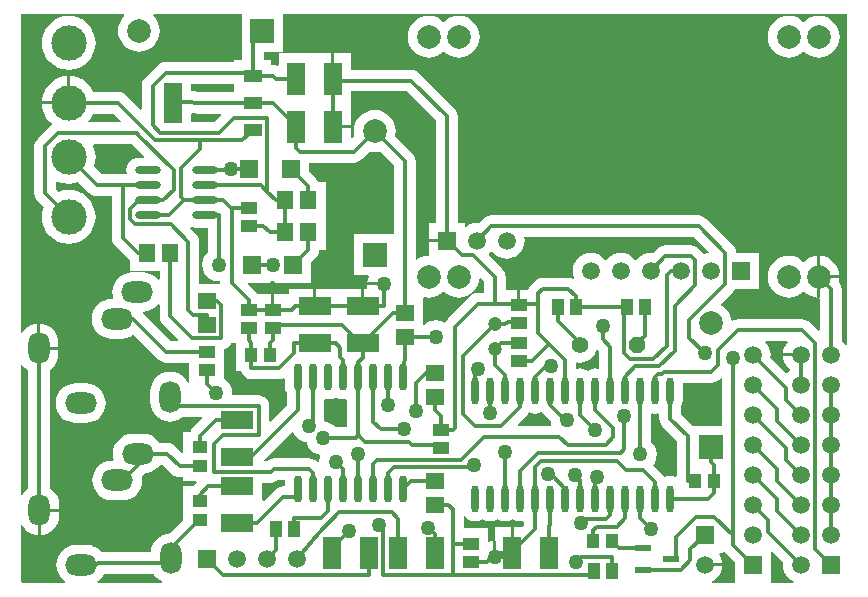
<source format=gtl>
%FSLAX25Y25*%
%MOIN*%
G70*
G01*
G75*
G04 Layer_Physical_Order=1*
G04 Layer_Color=255*
%ADD10R,0.05906X0.05512*%
%ADD11O,0.02756X0.09055*%
%ADD12R,0.05709X0.02362*%
%ADD13R,0.04331X0.05512*%
%ADD14R,0.03937X0.05118*%
%ADD15R,0.05512X0.04331*%
%ADD16O,0.02362X0.09055*%
%ADD17R,0.05906X0.11024*%
%ADD18R,0.11024X0.05906*%
%ADD19R,0.05118X0.03937*%
%ADD20R,0.05512X0.05906*%
%ADD21R,0.05906X0.05906*%
%ADD22O,0.08661X0.02362*%
%ADD23R,0.06102X0.13583*%
%ADD24R,0.06102X0.04331*%
%ADD25R,0.06102X0.04331*%
%ADD26C,0.01200*%
%ADD27C,0.04724*%
%ADD28O,0.07087X0.10630*%
%ADD29O,0.10630X0.07087*%
%ADD30C,0.05906*%
%ADD31R,0.05906X0.05906*%
%ADD32C,0.07874*%
%ADD33R,0.07874X0.07874*%
%ADD34C,0.05512*%
%ADD35P,0.05966X8X202.5*%
%ADD36C,0.04724*%
%ADD37C,0.11810*%
%ADD38R,0.07874X0.07874*%
%ADD39C,0.05000*%
G36*
X205292Y321727D02*
X206357Y321286D01*
X207500Y321135D01*
X208493Y321266D01*
X208869Y320936D01*
Y311831D01*
X204846D01*
X204623Y312123D01*
X203474Y313004D01*
X202136Y313558D01*
X201382Y313658D01*
X201358Y313836D01*
X201131Y314385D01*
Y320936D01*
X201507Y321266D01*
X202500Y321135D01*
X203643Y321286D01*
X204708Y321727D01*
X205000Y321951D01*
X205292Y321727D01*
D02*
G37*
G36*
X333769Y328141D02*
Y312346D01*
X323989D01*
X320131Y316204D01*
Y318431D01*
X320152Y318458D01*
X320573Y319476D01*
X320717Y320567D01*
Y326669D01*
X330140D01*
X331079Y326793D01*
X331955Y327155D01*
X332707Y327732D01*
X332707Y327732D01*
X332707Y327732D01*
X333307Y328332D01*
X333769Y328141D01*
D02*
G37*
G36*
X170244Y339882D02*
Y339882D01*
X170244Y339882D01*
X171882D01*
Y330441D01*
X173434D01*
X173706Y329784D01*
X174283Y329032D01*
X175035Y328455D01*
X175911Y328093D01*
X176850Y327969D01*
X186250D01*
X187190Y328093D01*
X187669Y328291D01*
X188084Y328013D01*
Y325551D01*
X188235Y324408D01*
X188676Y323343D01*
X188869Y323092D01*
Y319105D01*
X183405Y313642D01*
X182943Y313833D01*
Y318900D01*
X182819Y319840D01*
X182457Y320715D01*
X181879Y321467D01*
X181128Y322045D01*
X180252Y322407D01*
X179312Y322531D01*
X170825D01*
X170496Y322907D01*
X170547Y323300D01*
X170358Y324736D01*
X169804Y326074D01*
X168923Y327223D01*
X167774Y328104D01*
X167756Y328112D01*
Y331787D01*
Y337999D01*
X168615Y338355D01*
X169368Y338932D01*
X169945Y339685D01*
X170036Y339906D01*
X170043Y339922D01*
X170244Y339882D01*
D02*
G37*
G36*
X273813Y316888D02*
X273933Y316733D01*
X276711Y313954D01*
X276842Y312964D01*
X276932Y312747D01*
X276654Y312331D01*
X265869D01*
X265678Y312793D01*
X269068Y316182D01*
X269572Y316840D01*
X270409Y316494D01*
X271500Y316350D01*
X272591Y316494D01*
X273609Y316915D01*
X273813Y316888D01*
D02*
G37*
G36*
X375500Y339367D02*
X375015Y339246D01*
X374974Y339323D01*
X374230Y340230D01*
X373631Y340721D01*
Y358000D01*
X373507Y358940D01*
X373145Y359816D01*
X372745Y360337D01*
X372837Y360640D01*
X372921Y361500D01*
X366500D01*
Y355079D01*
X366000Y355029D01*
X366369Y354695D01*
Y344219D01*
X365907Y344028D01*
X363168Y346767D01*
X362416Y347345D01*
X361540Y347707D01*
X360600Y347831D01*
X339000D01*
X339000Y347831D01*
X338060Y347707D01*
X337441Y347451D01*
X337295Y347391D01*
X336866Y347648D01*
X336837Y347951D01*
X336440Y349258D01*
X335796Y350463D01*
X334929Y351519D01*
X333873Y352386D01*
X333493Y352590D01*
X333419Y353084D01*
X337368Y357032D01*
X337945Y357785D01*
X338034Y358000D01*
X338053Y358047D01*
X345953D01*
Y369953D01*
X338431D01*
Y370000D01*
X338307Y370940D01*
X337945Y371815D01*
X337368Y372568D01*
X328568Y381367D01*
X327816Y381945D01*
X326940Y382307D01*
X326000Y382431D01*
X256800D01*
X256800Y382431D01*
X255860Y382307D01*
X255347Y382095D01*
X254984Y381945D01*
X254233Y381367D01*
X254232Y381367D01*
X252771Y379906D01*
X252000Y379982D01*
X250833Y379867D01*
X249711Y379526D01*
X248677Y378974D01*
X248405Y378750D01*
X247953Y378964D01*
Y379953D01*
X245631D01*
Y415600D01*
X245507Y416540D01*
X245145Y417416D01*
X244567Y418168D01*
X232768Y429968D01*
X232015Y430545D01*
X231140Y430907D01*
X230200Y431031D01*
X210055D01*
Y436512D01*
X204602D01*
Y427999D01*
X203602D01*
Y436512D01*
X198150D01*
D01*
D01*
X198150Y436512D01*
X197850D01*
Y436512D01*
X185945D01*
Y432596D01*
X185529Y432318D01*
X184940Y432562D01*
X184000Y432686D01*
X183339D01*
Y434221D01*
X181131D01*
Y437063D01*
X187528D01*
Y449500D01*
X375500D01*
Y339367D01*
D02*
G37*
G36*
X146306Y352709D02*
Y348763D01*
X146430Y347823D01*
X146792Y346948D01*
X147370Y346195D01*
X152519Y341046D01*
X152328Y340584D01*
X150051D01*
X140566Y350069D01*
X140673Y350327D01*
X141956Y350453D01*
X143189Y350827D01*
X144326Y351435D01*
X145322Y352252D01*
X145835Y352877D01*
X146306Y352709D01*
D02*
G37*
G36*
X355678Y340117D02*
X355027Y339323D01*
X354474Y338289D01*
X354133Y337167D01*
X354068Y336500D01*
X360001D01*
Y335500D01*
X354068D01*
X354133Y334833D01*
X354474Y333711D01*
X355027Y332677D01*
X355770Y331770D01*
X356369Y331279D01*
Y330721D01*
X355770Y330230D01*
X355617Y330042D01*
X355117Y330018D01*
X349906Y335229D01*
X349982Y336000D01*
X349867Y337167D01*
X349526Y338289D01*
X348973Y339323D01*
X348230Y340230D01*
X348351Y340569D01*
X355464D01*
X355678Y340117D01*
D02*
G37*
G36*
X292869Y337196D02*
Y331676D01*
X292493Y331346D01*
X291500Y331477D01*
X290408Y331333D01*
X289391Y330912D01*
X289000Y330612D01*
X288609Y330912D01*
X287592Y331333D01*
X286500Y331477D01*
X285507Y331346D01*
X285131Y331676D01*
Y333182D01*
X285507Y333511D01*
X286394Y333394D01*
X287896Y333592D01*
X289297Y334172D01*
X290499Y335095D01*
X291422Y336297D01*
X291936Y337540D01*
X292427Y337638D01*
X292869Y337196D01*
D02*
G37*
G36*
X334833Y270033D02*
X338047Y266818D01*
Y260047D01*
D01*
Y260047D01*
X338000Y260000D01*
X330433D01*
X330426Y260022D01*
X330310Y260485D01*
X331323Y261027D01*
X332230Y261770D01*
X332974Y262677D01*
X333526Y263711D01*
X333867Y264833D01*
X333932Y265500D01*
X327999D01*
Y266500D01*
X333932D01*
X333867Y267167D01*
X333526Y268289D01*
X332974Y269323D01*
X332750Y269595D01*
X332964Y270047D01*
X333953D01*
Y270401D01*
X334426Y270562D01*
X334833Y270033D01*
D02*
G37*
G36*
X248518Y281758D02*
X249391Y281088D01*
X250409Y280667D01*
X251500Y280523D01*
X252591Y280667D01*
X253609Y281088D01*
X254000Y281388D01*
X254391Y281088D01*
X255409Y280667D01*
X256500Y280523D01*
X257592Y280667D01*
X258609Y281088D01*
X259000Y281388D01*
X259391Y281088D01*
X260408Y280667D01*
X261500Y280523D01*
X262592Y280667D01*
X263609Y281088D01*
X264000Y281388D01*
X264391Y281088D01*
X265408Y280667D01*
X266500Y280523D01*
X267493Y280654D01*
X267869Y280324D01*
Y279302D01*
X267079Y278512D01*
X264398D01*
Y269999D01*
X263398D01*
Y278512D01*
X257945D01*
Y274127D01*
X258100Y274148D01*
X258600Y274082D01*
Y268599D01*
X257600D01*
Y274082D01*
X256664Y273958D01*
X256172Y273754D01*
X255756Y274032D01*
Y278118D01*
X247631D01*
Y282136D01*
X248105Y282297D01*
X248518Y281758D01*
D02*
G37*
G36*
X144525Y262702D02*
X145343Y261705D01*
X146339Y260887D01*
X147092Y260485D01*
X146971Y260000D01*
X125684D01*
X125563Y260485D01*
X125653Y260533D01*
X126649Y261351D01*
X127467Y262347D01*
X127853Y263069D01*
X144329D01*
X144525Y262702D01*
D02*
G37*
G36*
X354094Y266771D02*
X354018Y266000D01*
X354133Y264833D01*
X354474Y263711D01*
X355027Y262677D01*
X355770Y261770D01*
X356677Y261027D01*
X357690Y260485D01*
X357574Y260022D01*
X357567Y260000D01*
X349953D01*
Y260047D01*
X349953D01*
Y270259D01*
X350415Y270450D01*
X354094Y266771D01*
D02*
G37*
G36*
X311500Y316350D02*
X312493Y316480D01*
X312869Y316151D01*
Y314700D01*
X312993Y313760D01*
X313355Y312884D01*
X313932Y312133D01*
X318669Y307396D01*
Y295510D01*
X318253Y295233D01*
X317592Y295507D01*
X316500Y295650D01*
X315408Y295507D01*
X314689Y295209D01*
X314645Y295316D01*
X314068Y296068D01*
X310785Y299350D01*
X311304Y300026D01*
X311858Y301364D01*
X312048Y302800D01*
X311858Y304236D01*
X311304Y305574D01*
X310423Y306723D01*
X310131Y306946D01*
Y316151D01*
X310507Y316480D01*
X311500Y316350D01*
D02*
G37*
G36*
X190918Y310297D02*
X191196Y309626D01*
X192077Y308477D01*
X193226Y307596D01*
X194564Y307042D01*
X195318Y306942D01*
X195342Y306764D01*
X195896Y305426D01*
X196777Y304277D01*
X197926Y303396D01*
X199264Y302842D01*
X199610Y302796D01*
X199860Y302363D01*
X199642Y301836D01*
X199460Y300459D01*
X198987Y300298D01*
X198818Y300467D01*
X198065Y301045D01*
X197190Y301407D01*
X196250Y301531D01*
X184300D01*
X183360Y301407D01*
X182484Y301045D01*
X181946Y300631D01*
X181318D01*
X181127Y301093D01*
X190428Y310394D01*
X190918Y310297D01*
D02*
G37*
G36*
X188084Y292131D02*
X187352D01*
X186413Y292007D01*
X185537Y291645D01*
X184785Y291068D01*
X180974Y287256D01*
X180512Y287448D01*
Y293369D01*
X183400D01*
X184340Y293493D01*
X185215Y293855D01*
X185755Y294269D01*
X188084D01*
Y292131D01*
D02*
G37*
G36*
X100561Y332686D02*
X101378Y331689D01*
X102375Y330872D01*
X102397Y330860D01*
Y292044D01*
X102483Y291391D01*
X101579Y290649D01*
X100761Y289653D01*
X100485Y289136D01*
X100000Y289257D01*
Y332706D01*
X100485Y332827D01*
X100561Y332686D01*
D02*
G37*
G36*
X224369Y399087D02*
Y376346D01*
X211063D01*
Y362472D01*
X215787D01*
X216064Y362057D01*
X215642Y361036D01*
X215518Y360100D01*
X221001D01*
Y359100D01*
X215518D01*
X215606Y358431D01*
X215277Y358055D01*
X214500D01*
Y352101D01*
X213500D01*
Y358055D01*
X198500D01*
Y352101D01*
X197500D01*
Y358055D01*
X189488D01*
Y356118D01*
X184500D01*
Y350952D01*
X183500D01*
Y356118D01*
X179066D01*
X178568Y356768D01*
X175750Y359585D01*
X175941Y360047D01*
X183063D01*
Y360197D01*
X183439Y360526D01*
X184000Y360453D01*
X184561Y360526D01*
X184937Y360197D01*
Y360047D01*
X196843D01*
Y366818D01*
X198442Y368417D01*
X198442Y368417D01*
X199019Y369169D01*
X199381Y370044D01*
X199495Y370911D01*
X201630D01*
Y381577D01*
Y393483D01*
X199208D01*
X199019Y393941D01*
X198442Y394694D01*
X195953Y397182D01*
Y400069D01*
X211109D01*
X212049Y400193D01*
X212925Y400555D01*
X213677Y401132D01*
X216378Y403833D01*
X216640Y403754D01*
X218000Y403620D01*
X219360Y403754D01*
X219622Y403833D01*
X224369Y399087D01*
D02*
G37*
G36*
X141186Y402179D02*
X140994Y401717D01*
X139402D01*
X138310Y401574D01*
X137293Y401152D01*
X136420Y400482D01*
X135749Y399609D01*
X135328Y398591D01*
X135184Y397500D01*
X135315Y396507D01*
X134985Y396131D01*
X127004D01*
X124335Y398800D01*
X124776Y400254D01*
X124948Y402000D01*
X124776Y403746D01*
X124267Y405424D01*
X124098Y405740D01*
X124355Y406169D01*
X137196D01*
X141186Y402179D01*
D02*
G37*
G36*
X329298Y370367D02*
X329130Y369896D01*
X328833Y369867D01*
X327769Y369544D01*
X327367Y370068D01*
X326067Y371368D01*
X325315Y371945D01*
X324440Y372307D01*
X323500Y372431D01*
X314800D01*
X314800Y372431D01*
X313860Y372307D01*
X313347Y372095D01*
X312984Y371945D01*
X312232Y371368D01*
X312232Y371368D01*
X310771Y369906D01*
X310000Y369982D01*
X308833Y369867D01*
X307711Y369526D01*
X306677Y368973D01*
X305770Y368230D01*
X305250Y367596D01*
X304750D01*
X304230Y368230D01*
X303323Y368973D01*
X302289Y369526D01*
X301167Y369867D01*
X300000Y369982D01*
X298833Y369867D01*
X297711Y369526D01*
X296677Y368973D01*
X295770Y368230D01*
X295250Y367596D01*
X294750D01*
X294230Y368230D01*
X293323Y368973D01*
X292289Y369526D01*
X291167Y369867D01*
X290000Y369982D01*
X288833Y369867D01*
X287711Y369526D01*
X286677Y368973D01*
X285770Y368230D01*
X285027Y367323D01*
X284474Y366289D01*
X284133Y365167D01*
X284018Y364000D01*
X284133Y362833D01*
X284474Y361711D01*
X284558Y361554D01*
X284222Y361183D01*
X283440Y361507D01*
X282500Y361631D01*
X274000D01*
X273060Y361507D01*
X272184Y361145D01*
X271432Y360567D01*
X269933Y359068D01*
X269355Y358315D01*
X269108Y357718D01*
X266500D01*
Y352552D01*
X265500D01*
Y357718D01*
X261631D01*
Y362000D01*
X261631Y362000D01*
X261507Y362940D01*
X261295Y363453D01*
X261145Y363815D01*
X260567Y364567D01*
X260567Y364568D01*
X256018Y369117D01*
X256042Y369617D01*
X256230Y369770D01*
X256750Y370405D01*
X257250D01*
X257770Y369770D01*
X258677Y369026D01*
X259711Y368474D01*
X260833Y368133D01*
X262000Y368018D01*
X263167Y368133D01*
X264289Y368474D01*
X265323Y369026D01*
X266230Y369770D01*
X266973Y370677D01*
X267526Y371711D01*
X267867Y372833D01*
X267982Y374000D01*
X267867Y375167D01*
X267868Y375169D01*
X324496D01*
X329298Y370367D01*
D02*
G37*
G36*
X171236Y423890D02*
Y423631D01*
X159982D01*
X156764Y423787D01*
Y426369D01*
X171236D01*
Y423890D01*
D02*
G37*
G36*
X159719Y416373D02*
X159807Y416381D01*
X159894Y416369D01*
X166681D01*
X166872Y415907D01*
X164596Y413631D01*
X156764D01*
Y416154D01*
X157126Y416499D01*
X159719Y416373D01*
D02*
G37*
G36*
X133472Y413893D02*
X133281Y413431D01*
X122714D01*
X122500Y413883D01*
X123440Y415029D01*
X124156Y416369D01*
X130996D01*
X133472Y413893D01*
D02*
G37*
G36*
X157208Y378427D02*
X158299Y378283D01*
X162369D01*
Y370146D01*
X162077Y369923D01*
X161196Y368774D01*
X160642Y367436D01*
X160452Y366000D01*
X160642Y364564D01*
X161196Y363226D01*
X162077Y362077D01*
X163226Y361196D01*
X164564Y360642D01*
X166000Y360453D01*
X166293Y360491D01*
X166533Y360281D01*
X166565Y359782D01*
X166487Y359693D01*
X159531D01*
Y373619D01*
X159407Y374559D01*
X159045Y375434D01*
X158468Y376186D01*
X156440Y378214D01*
X156718Y378629D01*
X157208Y378427D01*
D02*
G37*
G36*
X254369Y360496D02*
Y356584D01*
X252500D01*
X251560Y356460D01*
X250684Y356097D01*
X249933Y355520D01*
X249932Y355520D01*
X242333Y347920D01*
X241755Y347168D01*
X241634Y346874D01*
X241151Y346745D01*
X241074Y346804D01*
X239736Y347358D01*
X238300Y347548D01*
X236864Y347358D01*
X235526Y346804D01*
X234401Y345941D01*
X234268Y346007D01*
X233953Y346249D01*
Y354952D01*
X234354Y355250D01*
X234640Y355163D01*
X236000Y355029D01*
X237360Y355163D01*
X238667Y355560D01*
X239873Y356204D01*
X240929Y357071D01*
X241071D01*
X242127Y356204D01*
X243333Y355560D01*
X244640Y355163D01*
X246000Y355029D01*
X247360Y355163D01*
X248668Y355560D01*
X249873Y356204D01*
X250929Y357071D01*
X251796Y358127D01*
X252440Y359332D01*
X252837Y360640D01*
X252904Y361322D01*
X253375Y361490D01*
X254369Y360496D01*
D02*
G37*
G36*
X238369Y414096D02*
Y379953D01*
X236047D01*
Y374500D01*
X242001D01*
Y373500D01*
X236047D01*
Y369013D01*
X236000Y368971D01*
X234640Y368837D01*
X233332Y368440D01*
X232127Y367796D01*
X232083Y367759D01*
X231631Y367973D01*
Y400591D01*
X231631Y400591D01*
X231507Y401530D01*
X231295Y402043D01*
X231145Y402406D01*
X230568Y403158D01*
X230568Y403158D01*
X224757Y408969D01*
X224837Y409231D01*
X224971Y410591D01*
X224837Y411950D01*
X224440Y413258D01*
X223796Y414463D01*
X222929Y415520D01*
X221873Y416386D01*
X220668Y417031D01*
X219360Y417427D01*
X218000Y417561D01*
X216640Y417427D01*
X215333Y417031D01*
X214127Y416386D01*
X213071Y415520D01*
X212204Y414463D01*
X211560Y413258D01*
X211163Y411950D01*
X211029Y410591D01*
X211163Y409231D01*
X211243Y408969D01*
X210517Y408243D01*
X210055Y408434D01*
Y411500D01*
X204101D01*
Y412500D01*
X210055D01*
Y419488D01*
Y423769D01*
X228696D01*
X238369Y414096D01*
D02*
G37*
G36*
X173654Y437063D02*
X173869D01*
Y434221D01*
X171236D01*
Y433631D01*
X148300D01*
X148300Y433631D01*
X147360Y433507D01*
X146741Y433251D01*
X146484Y433145D01*
X145732Y432568D01*
X141432Y428268D01*
X140855Y427516D01*
X140493Y426640D01*
X140369Y425700D01*
Y417919D01*
X139907Y417728D01*
X135068Y422568D01*
X134316Y423145D01*
X133440Y423507D01*
X132500Y423631D01*
X124156D01*
X123440Y424971D01*
X122327Y426327D01*
X120971Y427440D01*
X119424Y428267D01*
X117746Y428776D01*
X116500Y428899D01*
Y419999D01*
X116001D01*
Y419500D01*
X107101D01*
X107224Y418254D01*
X107733Y416576D01*
X108560Y415029D01*
X109673Y413673D01*
X110309Y413150D01*
X110301Y412650D01*
X109932Y412368D01*
X105632Y408068D01*
X105055Y407315D01*
X104693Y406440D01*
X104569Y405500D01*
Y389800D01*
X104693Y388860D01*
X105055Y387984D01*
X105632Y387232D01*
X105632Y387232D01*
X105632Y387232D01*
X105632Y387232D01*
Y387232D01*
X107665Y385200D01*
X107224Y383746D01*
X107052Y382000D01*
X107224Y380254D01*
X107733Y378576D01*
X108560Y377029D01*
X109673Y375673D01*
X111029Y374560D01*
X112576Y373733D01*
X114254Y373224D01*
X116000Y373052D01*
X117746Y373224D01*
X119424Y373733D01*
X120971Y374560D01*
X122327Y375673D01*
X123440Y377029D01*
X124267Y378576D01*
X124776Y380254D01*
X124948Y382000D01*
X124776Y383746D01*
X124267Y385424D01*
X123440Y386971D01*
X122327Y388327D01*
X120971Y389440D01*
X119424Y390267D01*
X117746Y390776D01*
X116000Y390948D01*
X114254Y390776D01*
X112800Y390335D01*
X111831Y391304D01*
Y393645D01*
X112260Y393902D01*
X112576Y393733D01*
X114254Y393224D01*
X116000Y393052D01*
X117746Y393224D01*
X119200Y393665D01*
X122932Y389932D01*
X122932Y389932D01*
X122932D01*
X122932Y389932D01*
X122932D01*
X122933Y389932D01*
Y389932D01*
Y389932D01*
D01*
D01*
X122933D01*
Y389932D01*
X123685Y389355D01*
X123941Y389249D01*
X124560Y388993D01*
X125500Y388869D01*
X130389D01*
Y380135D01*
X130372Y380000D01*
X130369Y379980D01*
Y375000D01*
X130493Y374060D01*
X130855Y373184D01*
X131432Y372432D01*
X136307Y367558D01*
Y364047D01*
X146306D01*
Y361094D01*
X145835Y360926D01*
X145322Y361551D01*
X144326Y362368D01*
X143189Y362976D01*
X141956Y363350D01*
X140673Y363476D01*
X137130D01*
X135847Y363350D01*
X134614Y362976D01*
X133477Y362368D01*
X132481Y361551D01*
X131663Y360554D01*
X131055Y359418D01*
X130681Y358184D01*
X130555Y356902D01*
X130681Y355619D01*
X130876Y354977D01*
X130578Y354575D01*
X130228D01*
X128946Y354449D01*
X127712Y354075D01*
X126576Y353467D01*
X125579Y352649D01*
X124761Y351653D01*
X124154Y350516D01*
X123780Y349283D01*
X123653Y348000D01*
X123780Y346717D01*
X124154Y345484D01*
X124761Y344347D01*
X125579Y343351D01*
X126576Y342533D01*
X127712Y341926D01*
X128946Y341551D01*
X130228Y341425D01*
X133772D01*
X135054Y341551D01*
X136288Y341926D01*
X137425Y342533D01*
X137648Y342717D01*
X145980Y334385D01*
X146732Y333808D01*
X147607Y333446D01*
X148547Y333322D01*
X156244D01*
Y331787D01*
Y326617D01*
X155759Y326495D01*
X155258Y327432D01*
X154440Y328429D01*
X153444Y329246D01*
X152307Y329854D01*
X151074Y330228D01*
X149791Y330354D01*
X148509Y330228D01*
X147275Y329854D01*
X146139Y329246D01*
X145142Y328429D01*
X144325Y327432D01*
X143717Y326296D01*
X143343Y325062D01*
X143216Y323780D01*
Y320236D01*
X143343Y318953D01*
X143717Y317720D01*
X144325Y316583D01*
X145142Y315587D01*
X146139Y314769D01*
X147275Y314162D01*
X148509Y313788D01*
X149791Y313661D01*
X151074Y313788D01*
X152307Y314162D01*
X153444Y314769D01*
X154053Y315269D01*
X160378D01*
X160570Y314807D01*
X157232Y311470D01*
X156655Y310718D01*
X156407Y310118D01*
X154244D01*
Y303819D01*
Y303364D01*
X153782Y303172D01*
X151368Y305587D01*
X150616Y306164D01*
X149740Y306527D01*
X148800Y306651D01*
X146353D01*
X146341Y306673D01*
X145523Y307669D01*
X144527Y308487D01*
X143390Y309094D01*
X142157Y309468D01*
X140874Y309595D01*
X137331D01*
X136048Y309468D01*
X134815Y309094D01*
X133678Y308487D01*
X132682Y307669D01*
X131864Y306673D01*
X131256Y305536D01*
X130882Y304302D01*
X130756Y303020D01*
X130882Y301737D01*
X131077Y301095D01*
X130779Y300693D01*
X130429D01*
X129146Y300567D01*
X127913Y300193D01*
X126776Y299585D01*
X125780Y298767D01*
X124962Y297771D01*
X124355Y296634D01*
X123980Y295401D01*
X123854Y294118D01*
X123980Y292835D01*
X124355Y291602D01*
X124962Y290465D01*
X125780Y289469D01*
X126776Y288651D01*
X127913Y288044D01*
X129146Y287669D01*
X130429Y287543D01*
X133973D01*
X135255Y287669D01*
X136489Y288044D01*
X137625Y288651D01*
X138622Y289469D01*
X139439Y290465D01*
X140047Y291602D01*
X140421Y292835D01*
X140547Y294118D01*
X140421Y295401D01*
X140414Y295425D01*
X141495Y296506D01*
X142157Y296571D01*
X143390Y296945D01*
X144527Y297553D01*
X145523Y298371D01*
X146341Y299367D01*
X146353Y299389D01*
X147296D01*
X150402Y296283D01*
X150402Y296283D01*
X150402D01*
X150402Y296283D01*
X150402D01*
X150402Y296283D01*
Y296283D01*
Y296283D01*
D01*
D01*
X150402D01*
Y296283D01*
X151154Y295706D01*
X151410Y295600D01*
X152029Y295343D01*
X152969Y295219D01*
X154244D01*
Y293882D01*
X158593D01*
X158785Y293420D01*
X157483Y292118D01*
X154244D01*
Y282181D01*
Y280879D01*
X149821Y276456D01*
X148709Y276346D01*
X147476Y275972D01*
X146339Y275364D01*
X145343Y274547D01*
X144525Y273551D01*
X143918Y272414D01*
X143544Y271180D01*
X143460Y270331D01*
X126910D01*
X126649Y270649D01*
X125653Y271467D01*
X124516Y272075D01*
X123283Y272449D01*
X122000Y272575D01*
X118457D01*
X117174Y272449D01*
X115941Y272075D01*
X114804Y271467D01*
X113807Y270649D01*
X112990Y269653D01*
X112382Y268516D01*
X112008Y267283D01*
X111882Y266000D01*
X112008Y264717D01*
X112382Y263484D01*
X112990Y262347D01*
X113807Y261351D01*
X114804Y260533D01*
X114894Y260485D01*
X114772Y260000D01*
X100500D01*
X100000Y260500D01*
Y279200D01*
X100485Y279321D01*
X100761Y278804D01*
X101579Y277807D01*
X102576Y276990D01*
X103712Y276382D01*
X104946Y276008D01*
X105728Y275931D01*
Y284229D01*
X106227D01*
Y284728D01*
X112803D01*
Y286000D01*
X112677Y287283D01*
X112303Y288516D01*
X111695Y289653D01*
X110878Y290649D01*
X109881Y291467D01*
X109860Y291478D01*
Y291843D01*
X109736Y292783D01*
X109659Y292969D01*
Y330860D01*
X109680Y330872D01*
X110677Y331689D01*
X111494Y332686D01*
X112102Y333822D01*
X112476Y335056D01*
X112602Y336339D01*
Y337610D01*
X106027D01*
Y338109D01*
X105528D01*
Y346408D01*
X104745Y346330D01*
X103511Y345956D01*
X102375Y345349D01*
X101378Y344531D01*
X100561Y343535D01*
X100485Y343393D01*
X100000Y343515D01*
Y449500D01*
X134434D01*
X134603Y449029D01*
X134481Y448929D01*
X133614Y447873D01*
X132969Y446667D01*
X132573Y445360D01*
X132439Y444000D01*
X132573Y442640D01*
X132969Y441332D01*
X133614Y440127D01*
X134481Y439071D01*
X135537Y438204D01*
X136742Y437560D01*
X138049Y437163D01*
X139409Y437029D01*
X140769Y437163D01*
X142077Y437560D01*
X143282Y438204D01*
X144338Y439071D01*
X145205Y440127D01*
X145849Y441332D01*
X146246Y442640D01*
X146380Y444000D01*
X146246Y445360D01*
X145849Y446667D01*
X145205Y447873D01*
X144338Y448929D01*
X144216Y449029D01*
X144385Y449500D01*
X173654D01*
Y437063D01*
D02*
G37*
%LPC*%
G36*
X112803Y283728D02*
X106728D01*
Y275931D01*
X107511Y276008D01*
X108745Y276382D01*
X109881Y276990D01*
X110878Y277807D01*
X111695Y278804D01*
X112303Y279941D01*
X112677Y281174D01*
X112803Y282457D01*
Y283728D01*
D02*
G37*
G36*
X366000Y448971D02*
X364640Y448837D01*
X363333Y448440D01*
X362127Y447796D01*
X361071Y446929D01*
X360929D01*
X359873Y447796D01*
X358667Y448440D01*
X357360Y448837D01*
X356000Y448971D01*
X354640Y448837D01*
X353332Y448440D01*
X352127Y447796D01*
X351071Y446929D01*
X350204Y445873D01*
X349560Y444667D01*
X349163Y443360D01*
X349029Y442000D01*
X349163Y440640D01*
X349560Y439332D01*
X350204Y438127D01*
X351071Y437071D01*
X352127Y436204D01*
X353332Y435560D01*
X354640Y435163D01*
X356000Y435029D01*
X357360Y435163D01*
X358667Y435560D01*
X359873Y436204D01*
X360929Y437071D01*
X361071D01*
X362127Y436204D01*
X363333Y435560D01*
X364640Y435163D01*
X366000Y435029D01*
X367360Y435163D01*
X368668Y435560D01*
X369873Y436204D01*
X370929Y437071D01*
X371796Y438127D01*
X372440Y439332D01*
X372837Y440640D01*
X372971Y442000D01*
X372837Y443360D01*
X372440Y444667D01*
X371796Y445873D01*
X370929Y446929D01*
X369873Y447796D01*
X368668Y448440D01*
X367360Y448837D01*
X366000Y448971D01*
D02*
G37*
G36*
X116000Y448948D02*
X114254Y448776D01*
X112576Y448267D01*
X111029Y447440D01*
X109673Y446327D01*
X108560Y444971D01*
X107733Y443424D01*
X107224Y441746D01*
X107052Y440000D01*
X107224Y438254D01*
X107733Y436576D01*
X108560Y435029D01*
X109673Y433673D01*
X111029Y432560D01*
X112576Y431733D01*
X114254Y431224D01*
X116000Y431052D01*
X117746Y431224D01*
X119424Y431733D01*
X120971Y432560D01*
X122327Y433673D01*
X123440Y435029D01*
X124267Y436576D01*
X124776Y438254D01*
X124948Y440000D01*
X124776Y441746D01*
X124267Y443424D01*
X123440Y444971D01*
X122327Y446327D01*
X120971Y447440D01*
X119424Y448267D01*
X117746Y448776D01*
X116000Y448948D01*
D02*
G37*
G36*
X246000Y448971D02*
X244640Y448837D01*
X243333Y448440D01*
X242127Y447796D01*
X241071Y446929D01*
X240929D01*
X239873Y447796D01*
X238667Y448440D01*
X237360Y448837D01*
X236000Y448971D01*
X234640Y448837D01*
X233332Y448440D01*
X232127Y447796D01*
X231071Y446929D01*
X230204Y445873D01*
X229560Y444667D01*
X229163Y443360D01*
X229029Y442000D01*
X229163Y440640D01*
X229560Y439332D01*
X230204Y438127D01*
X231071Y437071D01*
X232127Y436204D01*
X233332Y435560D01*
X234640Y435163D01*
X236000Y435029D01*
X237360Y435163D01*
X238667Y435560D01*
X239873Y436204D01*
X240929Y437071D01*
X241071D01*
X242127Y436204D01*
X243333Y435560D01*
X244640Y435163D01*
X246000Y435029D01*
X247360Y435163D01*
X248668Y435560D01*
X249873Y436204D01*
X250929Y437071D01*
X251796Y438127D01*
X252440Y439332D01*
X252837Y440640D01*
X252971Y442000D01*
X252837Y443360D01*
X252440Y444667D01*
X251796Y445873D01*
X250929Y446929D01*
X249873Y447796D01*
X248668Y448440D01*
X247360Y448837D01*
X246000Y448971D01*
D02*
G37*
G36*
X106528Y346408D02*
Y338610D01*
X112602D01*
Y339882D01*
X112476Y341165D01*
X112102Y342398D01*
X111494Y343535D01*
X110677Y344531D01*
X109680Y345349D01*
X108544Y345956D01*
X107310Y346330D01*
X106528Y346408D01*
D02*
G37*
G36*
X356000Y368971D02*
X354640Y368837D01*
X353332Y368440D01*
X352127Y367796D01*
X351071Y366929D01*
X350204Y365873D01*
X349560Y364668D01*
X349163Y363360D01*
X349029Y362000D01*
X349163Y360640D01*
X349560Y359332D01*
X350204Y358127D01*
X351071Y357071D01*
X352127Y356204D01*
X353332Y355560D01*
X354640Y355163D01*
X356000Y355029D01*
X357360Y355163D01*
X358667Y355560D01*
X359873Y356204D01*
X360929Y357071D01*
X361071D01*
X362127Y356204D01*
X363333Y355560D01*
X364640Y355163D01*
X365500Y355079D01*
Y361999D01*
Y368921D01*
X364640Y368837D01*
X363333Y368440D01*
X362127Y367796D01*
X361071Y366929D01*
X360929D01*
X359873Y367796D01*
X358667Y368440D01*
X357360Y368837D01*
X356000Y368971D01*
D02*
G37*
G36*
X366500Y368921D02*
Y362500D01*
X372921D01*
X372837Y363360D01*
X372440Y364668D01*
X371796Y365873D01*
X370929Y366929D01*
X369873Y367796D01*
X368668Y368440D01*
X367360Y368837D01*
X366500Y368921D01*
D02*
G37*
G36*
X115500Y428899D02*
X114254Y428776D01*
X112576Y428267D01*
X111029Y427440D01*
X109673Y426327D01*
X108560Y424971D01*
X107733Y423424D01*
X107224Y421746D01*
X107101Y420500D01*
X115500D01*
Y428899D01*
D02*
G37*
G36*
X121799Y326457D02*
X118256D01*
X116973Y326330D01*
X115740Y325956D01*
X114603Y325349D01*
X113607Y324531D01*
X112789Y323535D01*
X112181Y322398D01*
X111807Y321165D01*
X111681Y319882D01*
X111807Y318599D01*
X112181Y317366D01*
X112789Y316229D01*
X113607Y315233D01*
X114603Y314415D01*
X115740Y313807D01*
X116973Y313433D01*
X118256Y313307D01*
X121799D01*
X123082Y313433D01*
X124315Y313807D01*
X125452Y314415D01*
X126448Y315233D01*
X127266Y316229D01*
X127874Y317366D01*
X128248Y318599D01*
X128374Y319882D01*
X128248Y321165D01*
X127874Y322398D01*
X127266Y323535D01*
X126448Y324531D01*
X125452Y325349D01*
X124315Y325956D01*
X123082Y326330D01*
X121799Y326457D01*
D02*
G37*
%LPD*%
D10*
X162000Y346063D02*
D03*
Y353937D02*
D03*
X228000Y349874D02*
D03*
Y342000D02*
D03*
X238000Y322063D02*
D03*
Y329937D02*
D03*
Y286000D02*
D03*
Y293874D02*
D03*
D11*
X227500Y328701D02*
D03*
X222500D02*
D03*
X217500D02*
D03*
X212500D02*
D03*
X207500D02*
D03*
X202500D02*
D03*
X197500D02*
D03*
X192500D02*
D03*
X227500Y291299D02*
D03*
X222500D02*
D03*
X217500D02*
D03*
X212500D02*
D03*
X207500D02*
D03*
X202500D02*
D03*
X197500D02*
D03*
X192500D02*
D03*
D12*
X316626Y268000D02*
D03*
X307374Y264260D02*
D03*
Y271740D02*
D03*
D13*
X291047Y264000D02*
D03*
X296953D02*
D03*
X308000Y352000D02*
D03*
X302094D02*
D03*
X279047D02*
D03*
X284953D02*
D03*
X190953Y278000D02*
D03*
X185047D02*
D03*
D14*
X297150Y274000D02*
D03*
X290850D02*
D03*
X324850Y294000D02*
D03*
X331150D02*
D03*
X176850Y336000D02*
D03*
X183150D02*
D03*
D15*
X266000Y346647D02*
D03*
Y352553D02*
D03*
Y339906D02*
D03*
Y334000D02*
D03*
X250000Y272953D02*
D03*
Y267047D02*
D03*
X184000Y345047D02*
D03*
Y350953D02*
D03*
X176000Y345047D02*
D03*
Y350953D02*
D03*
Y379047D02*
D03*
Y384953D02*
D03*
X240000Y305047D02*
D03*
Y310953D02*
D03*
X162000Y336953D02*
D03*
Y331047D02*
D03*
D16*
X316500Y323913D02*
D03*
X311500D02*
D03*
X306500D02*
D03*
X301500D02*
D03*
X296500D02*
D03*
X291500D02*
D03*
X286500D02*
D03*
X281500D02*
D03*
X276500D02*
D03*
X271500D02*
D03*
X266500D02*
D03*
X261500D02*
D03*
X256500D02*
D03*
X251500D02*
D03*
X316500Y288087D02*
D03*
X311500D02*
D03*
X306500D02*
D03*
X301500D02*
D03*
X296500D02*
D03*
X291500D02*
D03*
X286500D02*
D03*
X281500D02*
D03*
X276500D02*
D03*
X271500D02*
D03*
X266500D02*
D03*
X261500D02*
D03*
X256500D02*
D03*
X251500D02*
D03*
D17*
X263898Y270000D02*
D03*
X276102D02*
D03*
X225898D02*
D03*
X238102D02*
D03*
X216102D02*
D03*
X203898D02*
D03*
X204102Y428000D02*
D03*
X191898D02*
D03*
X204102Y412000D02*
D03*
X191898D02*
D03*
D18*
X172000Y292102D02*
D03*
Y279898D02*
D03*
Y314102D02*
D03*
Y301898D02*
D03*
X214000Y352102D02*
D03*
Y339898D02*
D03*
X198000Y352102D02*
D03*
Y339898D02*
D03*
D19*
X159803Y280850D02*
D03*
Y287150D02*
D03*
Y298850D02*
D03*
Y305150D02*
D03*
D20*
X188000Y376864D02*
D03*
X195874D02*
D03*
X188000Y387530D02*
D03*
X195874D02*
D03*
X142063Y370000D02*
D03*
X149937D02*
D03*
D21*
X177110Y366000D02*
D03*
X190890D02*
D03*
X176220Y398000D02*
D03*
X190000D02*
D03*
X162000Y268000D02*
D03*
X242000Y374000D02*
D03*
X340000Y364000D02*
D03*
D22*
X161449Y382500D02*
D03*
Y387500D02*
D03*
Y392500D02*
D03*
Y397500D02*
D03*
X142551Y382500D02*
D03*
Y387500D02*
D03*
Y392500D02*
D03*
Y397500D02*
D03*
D23*
X150713Y420000D02*
D03*
D24*
X177287Y429055D02*
D03*
Y420000D02*
D03*
D25*
Y410945D02*
D03*
D26*
X266000Y352953D02*
X272500D01*
X258000D02*
X266000D01*
X257526Y269174D02*
X258353Y270000D01*
X255400Y267047D02*
X257526Y269174D01*
X258100Y268600D02*
X263898D01*
X204102Y427400D02*
X230200D01*
X106028Y338110D02*
X106913Y337224D01*
X106028Y336339D02*
X106913Y337224D01*
X106228Y286000D02*
Y291843D01*
Y284228D02*
Y286000D01*
Y282457D02*
Y284228D01*
X322300Y294000D02*
Y308900D01*
X166000Y366000D02*
Y382500D01*
X318300Y268000D02*
Y275300D01*
X177287Y430000D02*
X177500D01*
X148300D02*
X177287D01*
X275800Y295100D02*
X277800D01*
X159800Y305150D02*
Y308902D01*
X244000Y262600D02*
X291047D01*
X230281Y306000D02*
X240000D01*
X184000Y346000D02*
X207000D01*
X150734Y420443D02*
X159894Y420000D01*
X211400Y339898D02*
Y341600D01*
X149992Y269898D02*
Y271492D01*
Y268126D02*
Y269898D01*
Y266700D02*
Y268126D01*
X149992Y266700D02*
X149992D01*
X125700D02*
X149992D01*
X149992Y266354D02*
Y266700D01*
Y265700D02*
Y266354D01*
X140874Y303020D02*
X148800D01*
X139102D02*
X140874D01*
X120228Y266000D02*
X122000D01*
X157500Y349300D02*
X162000D01*
X276500Y319300D02*
X281400Y314400D01*
X266500Y318750D02*
Y323913D01*
X259950Y312200D02*
X266500Y318750D01*
X254600Y308700D02*
X279600D01*
X282300Y306000D01*
X295000D01*
X316500Y288000D02*
X329150D01*
X240000Y305047D02*
Y306000D01*
X229481Y306800D02*
X230281Y306000D01*
X212600Y309100D02*
X214901Y306800D01*
X229481D01*
X212600Y309100D02*
X212701Y309201D01*
X211700Y308200D02*
X212600Y309100D01*
X212500Y309201D02*
Y328701D01*
Y309201D02*
X212600Y309100D01*
X212500Y309201D02*
X212701D01*
X200700Y308200D02*
X211700D01*
X262413Y347047D02*
X266000D01*
X187352Y288500D02*
X192500D01*
X149791Y322008D02*
Y323780D01*
Y320236D02*
Y322008D01*
Y318900D02*
Y320236D01*
X313894Y329700D02*
X314494Y330300D01*
X312900Y332100D02*
X318100Y337300D01*
X304850Y332100D02*
X312900D01*
X312450Y329700D02*
X313894D01*
X311500Y328750D02*
X312450Y329700D01*
X301500Y328750D02*
X304850Y332100D01*
X310810Y334500D02*
X315400Y339090D01*
X303041Y334500D02*
X310810D01*
X301000Y336541D02*
X303041Y334500D01*
X314494Y330300D02*
X330140D01*
X305606Y340000D02*
X308000Y342394D01*
X279047Y347347D02*
X286394Y340000D01*
X133772Y348000D02*
X137500D01*
X132000D02*
X133772D01*
X228000Y342000D02*
X238300D01*
X244900Y311700D02*
Y345353D01*
X247300Y335434D02*
X258000Y346134D01*
X247300Y316200D02*
Y335434D01*
X149791Y318900D02*
X179312D01*
X207000Y346000D02*
X211400Y341600D01*
X184000Y345047D02*
Y346000D01*
Y340850D02*
Y345047D01*
X169947Y384953D02*
X170453D01*
X170300Y384800D02*
X170453Y384953D01*
X170300Y359900D02*
Y384800D01*
X153500Y388500D02*
X154500Y387500D01*
X153500Y388500D02*
Y398200D01*
X159800Y404500D01*
X144900Y407600D02*
X173942D01*
X159800Y404500D02*
Y407400D01*
X173942Y407600D02*
X177287Y410945D01*
X191898Y412000D02*
Y412102D01*
X184000Y420000D02*
X191898Y412102D01*
X177287Y420000D02*
X184000D01*
X182139Y390392D02*
Y414967D01*
X182106Y415000D02*
X182139Y414967D01*
X171100Y415000D02*
X182106D01*
X134020Y380000D02*
Y392500D01*
X142551D01*
X125500D02*
X134020D01*
X134000Y379980D02*
X134020Y380000D01*
X134000Y375000D02*
Y379980D01*
Y375000D02*
X139000Y370000D01*
X142063D01*
X139200Y409300D02*
X151000Y397500D01*
Y391050D02*
Y397500D01*
X147450Y387500D02*
X151000Y391050D01*
X139200Y409300D02*
Y409500D01*
X132500Y420000D02*
X144900Y407600D01*
X116000Y420000D02*
X132500D01*
X146500Y410000D02*
X166100D01*
X144000Y412500D02*
X146500Y410000D01*
X144000Y412500D02*
Y425700D01*
X166100Y410000D02*
X171100Y415000D01*
X138900Y409800D02*
X139200Y409500D01*
X144000Y425700D02*
X148300Y430000D01*
X112500Y409800D02*
X138900D01*
X177500Y440909D02*
X180591Y444000D01*
X177500Y430000D02*
Y440909D01*
X294000Y345500D02*
X294100Y345400D01*
Y341100D02*
Y345400D01*
X258000Y352953D02*
Y362000D01*
X252500Y352953D02*
X258000D01*
X242495Y374000D02*
X247247Y369247D01*
X242495Y374000D02*
X244353D01*
X242000D02*
X242495D01*
X250753Y369247D02*
X258000Y362000D01*
X247247Y369247D02*
X250753D01*
X284953Y352000D02*
Y355547D01*
X282500Y358000D02*
X284953Y355547D01*
X274000Y358000D02*
X282500D01*
X272500Y356500D02*
X274000Y358000D01*
X272500Y352953D02*
Y356500D01*
Y343200D02*
Y352953D01*
X270500D02*
X272500D01*
Y343200D02*
X281500Y334200D01*
X270600Y334000D02*
X276090Y339490D01*
X311500Y288087D02*
Y293500D01*
X307300Y297700D02*
X311500Y293500D01*
X301800Y297700D02*
X307300D01*
X298886Y300614D02*
X301800Y297700D01*
X273364Y300614D02*
X298886D01*
X291500Y317700D02*
X297500Y311700D01*
Y308500D02*
Y311700D01*
X295000Y306000D02*
X297500Y308500D01*
X272500Y303400D02*
X300000D01*
X301100Y304500D01*
X162602Y292102D02*
X172000D01*
X159803Y289303D02*
X162602Y292102D01*
X159803Y287150D02*
Y289303D01*
X159350Y280850D02*
X159803D01*
X149992Y271492D02*
X159350Y280850D01*
X133972Y294118D02*
X139102Y299248D01*
X244000Y262600D02*
Y272953D01*
X250000D01*
X242500Y286000D02*
X244000Y284500D01*
Y272953D02*
Y284500D01*
X220900Y262600D02*
X244000D01*
X150734Y420443D02*
X150734D01*
X150713Y420444D02*
X150734Y420443D01*
X337400Y275850D02*
Y334800D01*
Y272600D02*
Y275850D01*
X331250Y282000D02*
X337400Y275850D01*
X180030Y392500D02*
X182139Y390392D01*
X132201Y294118D02*
X133972D01*
X122000Y266000D02*
X125000D01*
X204102Y427400D02*
Y428000D01*
Y412000D02*
Y427400D01*
X106028Y336339D02*
Y338110D01*
Y292044D02*
Y336339D01*
X260039Y339906D02*
X266000D01*
X258000Y337866D02*
X260039Y339906D01*
X251300Y312200D02*
X259950D01*
X247300Y316200D02*
X251300Y312200D01*
X256500Y316500D02*
Y323913D01*
X299409Y271740D02*
X307374D01*
X297150Y274000D02*
X299409Y271740D01*
X261500Y288087D02*
Y303500D01*
X195874Y387530D02*
Y392126D01*
X190000Y398000D02*
X195874Y392126D01*
Y370984D02*
Y376864D01*
X190890Y366000D02*
X195874Y370984D01*
X296500Y323913D02*
Y338700D01*
X294100Y341100D02*
X296500Y338700D01*
X271500Y323913D02*
Y328750D01*
X274950Y332200D01*
X276900D01*
X276500Y319300D02*
Y323913D01*
X281400Y314400D02*
X282200D01*
X308000Y342394D02*
Y352000D01*
X225898Y270000D02*
Y281320D01*
X223618Y283600D02*
X225898Y281320D01*
X206200Y283600D02*
X223618D01*
X198975Y276375D02*
X206200Y283600D01*
X192000Y268000D02*
X198975Y276375D01*
X202500Y284000D02*
Y291299D01*
X200000Y281500D02*
X202500Y284000D01*
X190953Y281500D02*
X200000D01*
X190953Y278000D02*
Y281500D01*
X197500Y313900D02*
Y328701D01*
X196000Y312400D02*
X197500Y313900D01*
X203898Y271600D02*
X209500Y277202D01*
X203898Y270000D02*
Y271600D01*
X316626Y268000D02*
X318300D01*
Y275300D02*
X325000Y282000D01*
X331250D01*
X337400Y272600D02*
X344000Y266000D01*
X191898Y425100D02*
Y428000D01*
X182139Y390392D02*
X185000Y387530D01*
X148800Y303020D02*
X152969Y298850D01*
X192500Y288500D02*
Y291299D01*
X178750Y279898D02*
X187352Y288500D01*
X172000Y279898D02*
X178750D01*
X228000Y335600D02*
Y342000D01*
X227500Y328701D02*
X228000Y335600D01*
X230075Y293874D02*
X238000D01*
X227500Y291299D02*
X230075Y293874D01*
X301100Y304500D02*
Y315700D01*
X266500Y297400D02*
X272500Y303400D01*
X266500Y288087D02*
Y297400D01*
X159894Y420000D02*
X177287D01*
X150713D02*
Y420444D01*
X176850Y331600D02*
Y336000D01*
Y331600D02*
X186250D01*
X191250Y336600D01*
Y339898D01*
X198000D01*
X207500Y291299D02*
Y297900D01*
X205000Y300400D02*
X207500Y297900D01*
X306500Y281500D02*
X310050Y277950D01*
X306500Y281500D02*
Y288087D01*
X212500Y291299D02*
Y302800D01*
X231700Y326637D02*
X235000Y329937D01*
X162000Y326300D02*
Y331047D01*
Y326300D02*
X165000Y323300D01*
X222500Y319350D02*
Y328701D01*
X106028Y338110D02*
Y339882D01*
X167400Y387500D02*
X169947Y384953D01*
X161449Y387500D02*
X167400D01*
X185047Y271047D02*
Y278000D01*
X182000Y268000D02*
X185047Y271047D01*
X169500Y397500D02*
X170000Y398000D01*
X284900Y295900D02*
X286500Y294300D01*
Y288087D02*
Y294300D01*
X219300Y278900D02*
Y279300D01*
Y278900D02*
X220900Y277300D01*
Y262600D02*
Y277300D01*
X238000Y286000D02*
X242500D01*
X291047Y262600D02*
Y264000D01*
X291500Y317700D02*
Y323913D01*
X246800Y300900D02*
X254600Y308700D01*
X218800Y300900D02*
X246800D01*
X217500Y299600D02*
X218800Y300900D01*
X217500Y291299D02*
Y299600D01*
X285100Y266900D02*
X286800Y268600D01*
X296953D01*
Y264000D02*
Y268600D01*
X271500Y277798D02*
Y288087D01*
X263898Y270195D02*
X271500Y277798D01*
X263898Y270000D02*
Y270195D01*
X192500Y317601D02*
Y328701D01*
X176796Y301898D02*
X192500Y317601D01*
X172000Y301898D02*
X176796D01*
X179312Y309300D02*
Y318900D01*
X167500Y309300D02*
X179312D01*
X164600Y306400D02*
X167500Y309300D01*
X164600Y297000D02*
Y306400D01*
Y297000D02*
X183400D01*
X184300Y297900D01*
X196250D01*
X197500Y296650D01*
Y291299D02*
Y296650D01*
X222500Y291299D02*
Y296450D01*
X224480Y298430D01*
X250430D01*
X251200Y299200D01*
X286500Y316000D02*
X291500Y311000D01*
X286500Y316000D02*
Y323913D01*
X306500Y302800D02*
Y323913D01*
X177110Y366000D02*
X184000D01*
X291500Y294700D02*
X292200Y295400D01*
X291500Y288087D02*
Y294700D01*
X296500Y282500D02*
Y288087D01*
X295200Y281200D02*
X296500Y282500D01*
X288200Y281200D02*
X295200D01*
X286800Y279800D02*
X288200Y281200D01*
X231700Y317200D02*
Y326637D01*
X235000Y329937D02*
X238000D01*
X152969Y298850D02*
X159803D01*
X161449Y397500D02*
X169500D01*
X170000Y398000D02*
X176220D01*
X216102Y262600D02*
Y270000D01*
X167400Y262600D02*
X216102D01*
X162000Y268000D02*
X167400Y262600D01*
X142551Y387500D02*
X147450D01*
X108200Y405500D02*
X112500Y409800D01*
X108200Y389800D02*
Y405500D01*
Y389800D02*
X116000Y382000D01*
X323200Y271200D02*
X328000Y276000D01*
X323200Y267460D02*
Y271200D01*
X320000Y264260D02*
X323200Y267460D01*
X307374Y264260D02*
X320000D01*
X275800Y295100D02*
Y296300D01*
X277800Y295100D02*
X281500Y291400D01*
Y288087D02*
Y291400D01*
X370000Y336000D02*
Y358000D01*
X366000Y362000D02*
X370000Y358000D01*
X252000Y374000D02*
X256800Y378800D01*
X326000D01*
X334800Y370000D01*
Y359600D02*
Y370000D01*
X322900Y347700D02*
X334800Y359600D01*
X322900Y341600D02*
Y347700D01*
Y341600D02*
X328000Y336500D01*
X258000Y332600D02*
Y337866D01*
Y332600D02*
X261500Y329100D01*
Y323913D02*
Y329100D01*
X148547Y336953D02*
X162000D01*
X137500Y348000D02*
X148547Y336953D01*
X162000Y353937D02*
X165363D01*
X166800Y352500D01*
Y341500D02*
Y352500D01*
X157200Y341500D02*
X166800D01*
X149937Y348763D02*
X157200Y341500D01*
X149937Y348763D02*
Y370000D01*
X364800Y271200D02*
X370000Y266000D01*
X364800Y271200D02*
Y340000D01*
X360600Y344200D02*
X364800Y340000D01*
X339000Y344200D02*
X360600D01*
X332340Y337540D02*
X339000Y344200D01*
X332340Y332500D02*
Y337540D01*
X330140Y330300D02*
X332340Y332500D01*
X311500Y323913D02*
Y328750D01*
X271500Y288087D02*
Y298750D01*
X273364Y300614D01*
X263898Y268600D02*
Y270000D01*
X316900Y364000D02*
X320000D01*
X315400Y362500D02*
X316900Y364000D01*
X315400Y339090D02*
Y362500D01*
X301000Y336541D02*
Y350306D01*
X302094Y351400D01*
Y352000D01*
X301500Y323913D02*
Y328750D01*
X318100Y337300D02*
Y352400D01*
X324800Y359100D01*
Y367500D01*
X323500Y368800D02*
X324800Y367500D01*
X314800Y368800D02*
X323500D01*
X310000Y364000D02*
X314800Y368800D01*
X316500Y288000D02*
Y288087D01*
X329150Y288000D02*
X331150Y290000D01*
Y294000D01*
X251500Y323913D02*
Y330400D01*
X252300Y331200D01*
X238102Y270000D02*
Y276198D01*
X235900Y278400D02*
X238102Y276198D01*
X220000Y311100D02*
X227700D01*
X217500Y313600D02*
X220000Y311100D01*
X217500Y313600D02*
Y328701D01*
X240000Y310953D02*
X244153D01*
X244900Y311700D01*
Y345353D02*
X252500Y352953D01*
X154500Y387500D02*
X161449D01*
X214000Y352102D02*
X221000D01*
Y359600D01*
X207500Y328701D02*
Y334200D01*
X206600Y335100D02*
X207500Y334200D01*
X206600Y335100D02*
Y338298D01*
X205000Y339898D02*
X206600Y338298D01*
X198000Y339898D02*
X205000D01*
X242000Y374000D02*
Y415600D01*
X230200Y427400D02*
X242000Y415600D01*
X223976Y349874D02*
X228000D01*
X214000Y339898D02*
X223976Y349874D01*
X238000Y317500D02*
Y322063D01*
Y317500D02*
X240000Y315500D01*
Y310953D02*
Y315500D01*
X211400Y339898D02*
X214000D01*
X301500Y281600D02*
Y288087D01*
X298637Y278737D02*
X301500Y281600D01*
X292088Y278737D02*
X298637D01*
X290850Y277500D02*
X292088Y278737D01*
X290850Y274000D02*
Y277500D01*
X161449Y392500D02*
X180030D01*
X185000Y387530D02*
X188000D01*
X281500Y323913D02*
Y334200D01*
X176000Y350953D02*
Y354200D01*
X170300Y359900D02*
X176000Y354200D01*
X170453Y384953D02*
X176000D01*
X161449Y382500D02*
X166000D01*
X228000Y349874D02*
Y400591D01*
X218000Y410591D02*
X228000Y400591D01*
X106028Y292044D02*
X106228Y291843D01*
X125000Y266000D02*
X125700Y266700D01*
X266000Y334000D02*
X270600D01*
X344000Y336000D02*
X355200Y324800D01*
Y320800D02*
Y324800D01*
Y320800D02*
X360000Y316000D01*
X352000Y314000D02*
X360000Y306000D01*
X352000Y314000D02*
Y318000D01*
X344000Y326000D02*
X352000Y318000D01*
X355200Y300800D02*
X360000Y296000D01*
X355200Y300800D02*
Y304800D01*
X344000Y316000D02*
X355200Y304800D01*
X352000Y284000D02*
X360000Y276000D01*
X352000Y284000D02*
Y288000D01*
X344000Y296000D02*
X352000Y288000D01*
Y294000D02*
X360000Y286000D01*
X352000Y294000D02*
Y298000D01*
X344000Y306000D02*
X352000Y298000D01*
X344000Y286000D02*
X349121Y280879D01*
Y276879D02*
Y280879D01*
Y276879D02*
X360000Y266000D01*
X165000Y314102D02*
X172000D01*
X159800Y308902D02*
X165000Y314102D01*
X159800Y305150D02*
X159803D01*
X279047Y347347D02*
Y352000D01*
X149500Y382500D02*
X154500Y387500D01*
X142551Y382500D02*
X149500D01*
X162000Y346063D02*
Y349300D01*
X155900Y350900D02*
X157500Y349300D01*
X155900Y350900D02*
Y373619D01*
X150000Y379519D02*
X155900Y373619D01*
X138152Y379519D02*
X150000D01*
X136420Y381250D02*
X138152Y379519D01*
X136420Y381250D02*
Y384520D01*
X139400Y387500D01*
X142551D01*
X116000Y402000D02*
X125500Y392500D01*
X322300Y294000D02*
X324850D01*
X316500Y314700D02*
X322300Y308900D01*
X316500Y314700D02*
Y323913D01*
X258353Y270000D02*
X263898D01*
X250000Y267047D02*
X255400D01*
X211109Y403700D02*
X218000Y410591D01*
X193198Y403700D02*
X211109D01*
X191898Y405000D02*
X193198Y403700D01*
X191898Y405000D02*
Y412000D01*
X261500Y346134D02*
X262413Y347047D01*
X258000Y346134D02*
X261500D01*
X330000Y300250D02*
Y305409D01*
Y300250D02*
X331150Y299100D01*
Y294000D02*
Y299100D01*
X183084Y376864D02*
X188000D01*
X180900Y379047D02*
X183084Y376864D01*
X176000Y379047D02*
X180900D01*
X188000Y376864D02*
Y387530D01*
X185055Y428000D02*
X191898D01*
X184000Y429055D02*
X185055Y428000D01*
X177287Y429055D02*
X184000D01*
X276500Y279198D02*
Y288087D01*
X276102Y278800D02*
X276500Y279198D01*
X276102Y270000D02*
Y278800D01*
X214000Y335000D02*
Y339898D01*
X212500Y333500D02*
X214000Y335000D01*
X212500Y328701D02*
Y333500D01*
X183150Y340000D02*
X184000Y340850D01*
X183150Y336000D02*
Y340000D01*
X176000Y340850D02*
Y345047D01*
Y340850D02*
X176850Y340000D01*
Y336000D02*
Y340000D01*
X198000Y352102D02*
X214000D01*
X191550D02*
X198000D01*
X190400Y350953D02*
X191550Y352102D01*
X184000Y350953D02*
X190400D01*
X176000D02*
X184000D01*
X370000Y286000D02*
Y296000D01*
Y276000D02*
Y286000D01*
Y296000D02*
Y306000D01*
Y316000D01*
X360000Y326000D02*
Y336000D01*
X370000Y316000D02*
Y326000D01*
X284953Y352000D02*
X302094D01*
D27*
X149992Y269898D02*
D03*
Y266354D02*
D03*
X140874Y303020D02*
D03*
X137331D02*
D03*
X130429Y294118D02*
D03*
X133972D02*
D03*
X106228Y282457D02*
D03*
Y286000D02*
D03*
X118457Y266000D02*
D03*
X122000D02*
D03*
X121799Y319882D02*
D03*
X118256D02*
D03*
X106028Y339882D02*
D03*
Y336339D02*
D03*
X133772Y348000D02*
D03*
X130228D02*
D03*
X137130Y356902D02*
D03*
X140673D02*
D03*
X149791Y320236D02*
D03*
Y323780D02*
D03*
D28*
X149992Y268126D02*
D03*
X106228Y284228D02*
D03*
X106028Y338110D02*
D03*
X149791Y322008D02*
D03*
D29*
X139102Y303020D02*
D03*
X132201Y294118D02*
D03*
X120228Y266000D02*
D03*
X120028Y319882D02*
D03*
X132000Y348000D02*
D03*
X138902Y356902D02*
D03*
D30*
X328000Y266000D02*
D03*
X360000Y336000D02*
D03*
X370000D02*
D03*
X360000Y326000D02*
D03*
X370000D02*
D03*
X360000Y316000D02*
D03*
X370000D02*
D03*
X360000Y306000D02*
D03*
X370000D02*
D03*
X360000Y296000D02*
D03*
X370000D02*
D03*
X360000Y286000D02*
D03*
X370000D02*
D03*
X360000Y276000D02*
D03*
X370000D02*
D03*
X360000Y266000D02*
D03*
X172000Y268000D02*
D03*
X182000D02*
D03*
X192000D02*
D03*
X262000Y374000D02*
D03*
X252000D02*
D03*
X344000Y336000D02*
D03*
Y326000D02*
D03*
Y316000D02*
D03*
Y306000D02*
D03*
Y296000D02*
D03*
Y286000D02*
D03*
Y276000D02*
D03*
X290000Y364000D02*
D03*
X300000D02*
D03*
X310000D02*
D03*
X320000D02*
D03*
X330000D02*
D03*
D31*
X328000Y276000D02*
D03*
X370000Y266000D02*
D03*
X344000D02*
D03*
D32*
X330000Y346591D02*
D03*
X366000Y442000D02*
D03*
X356000D02*
D03*
X246000D02*
D03*
X236000D02*
D03*
Y362000D02*
D03*
X246000D02*
D03*
X356000D02*
D03*
X366000D02*
D03*
X218000Y410591D02*
D03*
X139409Y444000D02*
D03*
D33*
X330000Y305409D02*
D03*
X218000Y369409D02*
D03*
D34*
X286394Y339200D02*
D03*
D35*
X305606D02*
D03*
D36*
X258000Y346134D02*
D03*
Y337866D02*
D03*
D37*
X116000Y402000D02*
D03*
Y382000D02*
D03*
Y440000D02*
D03*
Y420000D02*
D03*
D38*
X180591Y444000D02*
D03*
D39*
X282200Y314400D02*
D03*
X238300Y342000D02*
D03*
X294000Y345500D02*
D03*
X256500Y316500D02*
D03*
X261500Y303500D02*
D03*
X276900Y332200D02*
D03*
X196000Y312400D02*
D03*
X209500Y277202D02*
D03*
X301100Y315700D02*
D03*
X205000Y300400D02*
D03*
X310050Y277950D02*
D03*
X212500Y302800D02*
D03*
X231700Y317200D02*
D03*
X165000Y323300D02*
D03*
X222500Y319350D02*
D03*
X170000Y398000D02*
D03*
X284900Y295900D02*
D03*
X200700Y308200D02*
D03*
X219300Y279300D02*
D03*
X285100Y266900D02*
D03*
X251200Y299200D02*
D03*
X291500Y311000D02*
D03*
X306500Y302800D02*
D03*
X292200Y295400D02*
D03*
X286800Y279800D02*
D03*
X275800Y296300D02*
D03*
X328000Y336500D02*
D03*
X337400Y334800D02*
D03*
X258100Y268600D02*
D03*
X252300Y331200D02*
D03*
X235900Y278400D02*
D03*
X227700Y311100D02*
D03*
X221000Y359600D02*
D03*
X184000Y366000D02*
D03*
X166000D02*
D03*
M02*

</source>
